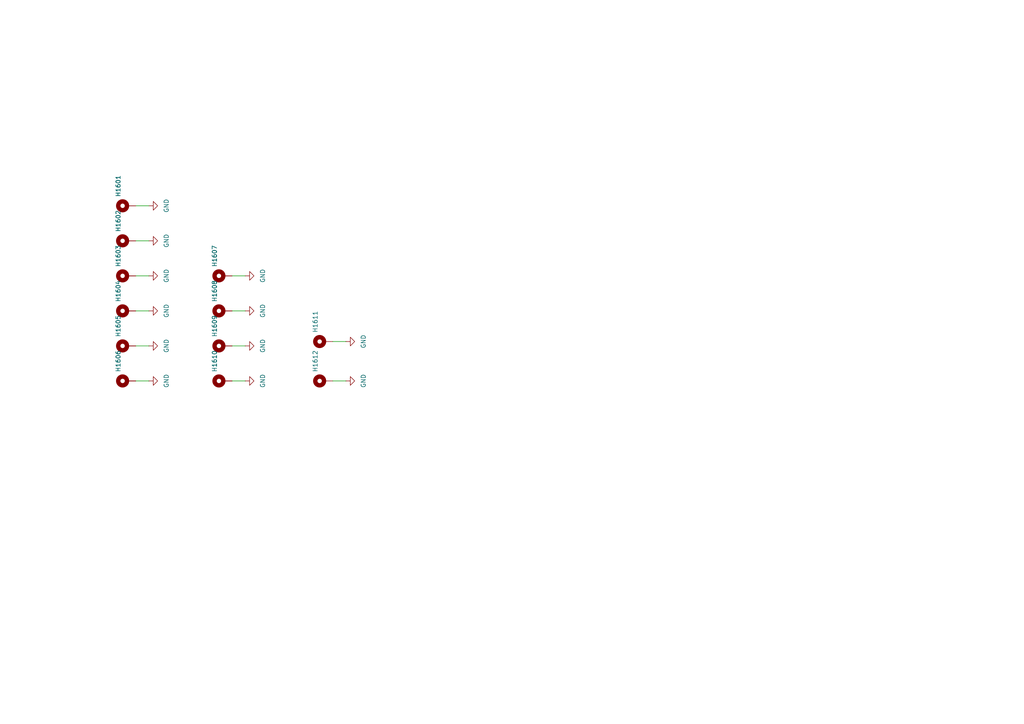
<source format=kicad_sch>
(kicad_sch (version 20250114) (generator "eeschema") (generator_version "9.0")
  (paper "A4")
  (lib_symbols
    (symbol "Mechanical:MountingHole_Pad" (pin_numbers (hide yes)) (pin_names (offset 1.016) (hide yes)) (exclude_from_sim yes) (in_bom no)
      (property "Reference" "H" (at 0 6.35 0))
      (property "Value" "MountingHole_Pad" (at 0 4.445 0))
      (symbol "MountingHole_Pad_0_1"
        (circle (center 0 1.27) (radius 1.27) (stroke (width 1.27)))
      )
      (symbol "MountingHole_Pad_1_1"
        (pin input line (at 0 -2.54 90) (length 2.54) (name "1") (number "1"))
      )
    )
    (symbol "power:GND" (power) (pin_numbers (hide yes)) (pin_names (offset 0) (hide yes))
      (property "Value" "GND" (at 0 -3.81 0))
      (symbol "GND_0_1"
        (polyline (pts (xy 0 0) (xy 0 -1.27) (xy 1.27 -1.27) (xy 0 -2.54) (xy -1.27 -1.27) (xy 0 -1.27)))
      )
      (symbol "GND_1_1"
        (pin power_in line (at 0 0 270) (length 0) (name "~") (number "1"))
      )
    )
  )
  (wire (pts (xy 67.31 110.49) (xy 71.12 110.49)))
  (wire (pts (xy 96.52 99.06) (xy 100.33 99.06)))
  (wire (pts (xy 67.31 80.01) (xy 71.12 80.01)))
  (wire (pts (xy 67.31 90.17) (xy 71.12 90.17)))
  (wire (pts (xy 96.52 110.49) (xy 100.33 110.49)))
  (wire (pts (xy 39.37 90.17) (xy 43.18 90.17)))
  (wire (pts (xy 67.31 100.33) (xy 71.12 100.33)))
  (wire (pts (xy 39.37 59.69) (xy 43.18 59.69)))
  (wire (pts (xy 39.37 110.49) (xy 43.18 110.49)))
  (wire (pts (xy 39.37 80.01) (xy 43.18 80.01)))
  (wire (pts (xy 39.37 100.33) (xy 43.18 100.33)))
  (wire (pts (xy 39.37 69.85) (xy 43.18 69.85)))
  (symbol (lib_id "Mechanical:MountingHole_Pad") (at 93.98 99.06 90) (unit 1) (exclude_from_sim yes) (in_bom no)
    (property "Reference" "H1611" (at 91.4399 96.52 0) (effects (justify left)))
    (property "Value" "MountingHole_Pad" (effects (hide yes)))
    (property "Footprint" "x68k-lib:PCB_WeldingTerminal_M3_L-angle_PCB-54R" (effects (hide yes)))
    (property "Description" "Mounting Hole with connection" (effects (hide yes)))
    (property "LCSC" "C962334" (effects (hide yes)))
  )
  (symbol (lib_id "power:GND") (at 43.18 100.33 90) (unit 1)
    (property "Reference" "#PWR01605" (effects (hide yes)))
    (property "Value" "GND" (at 48.26 100.33 0))
    (property "Description" "Power symbol creates a global label with name \"GND\" , ground" (effects (hide yes)))
  )
  (symbol (lib_id "power:GND") (at 100.33 110.49 90) (unit 1)
    (property "Reference" "#PWR01612" (effects (hide yes)))
    (property "Value" "GND" (at 105.41 110.49 0))
    (property "Description" "Power symbol creates a global label with name \"GND\" , ground" (effects (hide yes)))
  )
  (symbol (lib_id "power:GND") (at 71.12 80.01 90) (unit 1)
    (property "Reference" "#PWR01607" (effects (hide yes)))
    (property "Value" "GND" (at 76.2 80.01 0))
    (property "Description" "Power symbol creates a global label with name \"GND\" , ground" (effects (hide yes)))
  )
  (symbol (lib_id "Mechanical:MountingHole_Pad") (at 36.83 110.49 90) (unit 1) (exclude_from_sim yes)
    (property "Reference" "H1606" (at 34.2899 107.95 0) (effects (justify left)))
    (property "Value" "MountingHole_Pad" (effects (hide yes)))
    (property "Footprint" "x68k-lib:PCB_WeldingTerminal_M3_L-angle" (effects (hide yes)))
    (property "Description" "Mounting Hole with connection" (effects (hide yes)))
    (property "LCSC" "C962334" (effects (hide yes)))
  )
  (symbol (lib_id "Mechanical:MountingHole_Pad") (at 36.83 80.01 90) (unit 1) (exclude_from_sim yes)
    (property "Reference" "H1603" (at 34.2899 77.47 0) (effects (justify left)))
    (property "Value" "MountingHole_Pad" (effects (hide yes)))
    (property "Footprint" "x68k-lib:PCB_WeldingTerminal_M3_L-angle" (effects (hide yes)))
    (property "Description" "Mounting Hole with connection" (effects (hide yes)))
    (property "LCSC" "C962334" (effects (hide yes)))
  )
  (symbol (lib_id "power:GND") (at 43.18 59.69 90) (unit 1)
    (property "Reference" "#PWR01601" (effects (hide yes)))
    (property "Value" "GND" (at 48.26 59.69 0))
    (property "Description" "Power symbol creates a global label with name \"GND\" , ground" (effects (hide yes)))
  )
  (symbol (lib_id "power:GND") (at 100.33 99.06 90) (unit 1)
    (property "Reference" "#PWR01611" (effects (hide yes)))
    (property "Value" "GND" (at 105.41 99.06 0))
    (property "Description" "Power symbol creates a global label with name \"GND\" , ground" (effects (hide yes)))
  )
  (symbol (lib_id "Mechanical:MountingHole_Pad") (at 64.77 100.33 90) (unit 1) (exclude_from_sim yes) (in_bom no)
    (property "Reference" "H1609" (at 62.2299 97.79 0) (effects (justify left)))
    (property "Value" "MountingHole_Pad" (effects (hide yes)))
    (property "Footprint" "x68k-lib:MountingHole_3.2mm_M3_Pad_Small" (effects (hide yes)))
    (property "Description" "Mounting Hole with connection" (effects (hide yes)))
    (property "LCSC" "C962334" (effects (hide yes)))
  )
  (symbol (lib_id "power:GND") (at 43.18 90.17 90) (unit 1)
    (property "Reference" "#PWR01604" (effects (hide yes)))
    (property "Value" "GND" (at 48.26 90.17 0))
    (property "Description" "Power symbol creates a global label with name \"GND\" , ground" (effects (hide yes)))
  )
  (symbol (lib_id "power:GND") (at 43.18 110.49 90) (unit 1)
    (property "Reference" "#PWR01606" (effects (hide yes)))
    (property "Value" "GND" (at 48.26 110.49 0))
    (property "Description" "Power symbol creates a global label with name \"GND\" , ground" (effects (hide yes)))
  )
  (symbol (lib_id "Mechanical:MountingHole_Pad") (at 36.83 90.17 90) (unit 1) (exclude_from_sim yes)
    (property "Reference" "H1604" (at 34.2899 87.63 0) (effects (justify left)))
    (property "Value" "MountingHole_Pad" (effects (hide yes)))
    (property "Footprint" "x68k-lib:PCB_WeldingTerminal_M3_L-angle" (effects (hide yes)))
    (property "Description" "Mounting Hole with connection" (effects (hide yes)))
    (property "LCSC" "C962334" (effects (hide yes)))
  )
  (symbol (lib_id "power:GND") (at 71.12 100.33 90) (unit 1)
    (property "Reference" "#PWR01609" (effects (hide yes)))
    (property "Value" "GND" (at 76.2 100.33 0))
    (property "Description" "Power symbol creates a global label with name \"GND\" , ground" (effects (hide yes)))
  )
  (symbol (lib_id "Mechanical:MountingHole_Pad") (at 36.83 100.33 90) (unit 1) (exclude_from_sim yes)
    (property "Reference" "H1605" (at 34.2899 97.79 0) (effects (justify left)))
    (property "Value" "MountingHole_Pad" (effects (hide yes)))
    (property "Footprint" "x68k-lib:PCB_WeldingTerminal_M3_L-angle" (effects (hide yes)))
    (property "Description" "Mounting Hole with connection" (effects (hide yes)))
    (property "LCSC" "C962334" (effects (hide yes)))
  )
  (symbol (lib_id "power:GND") (at 71.12 90.17 90) (unit 1)
    (property "Reference" "#PWR01608" (effects (hide yes)))
    (property "Value" "GND" (at 76.2 90.17 0))
    (property "Description" "Power symbol creates a global label with name \"GND\" , ground" (effects (hide yes)))
  )
  (symbol (lib_id "Mechanical:MountingHole_Pad") (at 64.77 80.01 90) (unit 1) (exclude_from_sim yes) (in_bom no)
    (property "Reference" "H1607" (at 62.2299 77.47 0) (effects (justify left)))
    (property "Value" "MountingHole_Pad" (effects (hide yes)))
    (property "Footprint" "x68k-lib:MountingHole_3.2mm_M3_Pad_Small" (effects (hide yes)))
    (property "Description" "Mounting Hole with connection" (effects (hide yes)))
    (property "LCSC" "C962334" (effects (hide yes)))
  )
  (symbol (lib_id "power:GND") (at 43.18 80.01 90) (unit 1)
    (property "Reference" "#PWR01603" (effects (hide yes)))
    (property "Value" "GND" (at 48.26 80.01 0))
    (property "Description" "Power symbol creates a global label with name \"GND\" , ground" (effects (hide yes)))
  )
  (symbol (lib_id "Mechanical:MountingHole_Pad") (at 36.83 59.69 90) (unit 1) (exclude_from_sim yes)
    (property "Reference" "H1601" (at 34.2899 57.15 0) (effects (justify left)))
    (property "Value" "MountingHole_Pad" (effects (hide yes)))
    (property "Footprint" "x68k-lib:PCB_WeldingTerminal_M3_L-angle" (effects (hide yes)))
    (property "Description" "Mounting Hole with connection" (effects (hide yes)))
    (property "LCSC" "C962334" (effects (hide yes)))
  )
  (symbol (lib_id "Mechanical:MountingHole_Pad") (at 36.83 69.85 90) (unit 1) (exclude_from_sim yes)
    (property "Reference" "H1602" (at 34.2899 67.31 0) (effects (justify left)))
    (property "Value" "MountingHole_Pad" (effects (hide yes)))
    (property "Footprint" "x68k-lib:PCB_WeldingTerminal_M3_L-angle" (effects (hide yes)))
    (property "Description" "Mounting Hole with connection" (effects (hide yes)))
    (property "LCSC" "C962334" (effects (hide yes)))
  )
  (symbol (lib_id "Mechanical:MountingHole_Pad") (at 64.77 110.49 90) (unit 1) (exclude_from_sim yes) (in_bom no)
    (property "Reference" "H1610" (at 62.2299 107.95 0) (effects (justify left)))
    (property "Value" "MountingHole_Pad" (effects (hide yes)))
    (property "Footprint" "x68k-lib:MountingHole_3.2mm_M3_Pad_Small" (effects (hide yes)))
    (property "Description" "Mounting Hole with connection" (effects (hide yes)))
    (property "LCSC" "C962334" (effects (hide yes)))
  )
  (symbol (lib_id "Mechanical:MountingHole_Pad") (at 64.77 90.17 90) (unit 1) (exclude_from_sim yes) (in_bom no)
    (property "Reference" "H1608" (at 62.2299 87.63 0) (effects (justify left)))
    (property "Value" "MountingHole_Pad" (effects (hide yes)))
    (property "Footprint" "x68k-lib:MountingHole_3.2mm_M3_Pad_Small" (effects (hide yes)))
    (property "Description" "Mounting Hole with connection" (effects (hide yes)))
    (property "LCSC" "C962334" (effects (hide yes)))
  )
  (symbol (lib_id "power:GND") (at 43.18 69.85 90) (unit 1)
    (property "Reference" "#PWR01602" (effects (hide yes)))
    (property "Value" "GND" (at 48.26 69.85 0))
    (property "Description" "Power symbol creates a global label with name \"GND\" , ground" (effects (hide yes)))
  )
  (symbol (lib_id "Mechanical:MountingHole_Pad") (at 93.98 110.49 90) (unit 1) (exclude_from_sim yes) (in_bom no)
    (property "Reference" "H1612" (at 91.4399 107.95 0) (effects (justify left)))
    (property "Value" "MountingHole_Pad" (effects (hide yes)))
    (property "Footprint" "x68k-lib:PCB_WeldingTerminal_M3_L-angle_PCB-54L" (effects (hide yes)))
    (property "Description" "Mounting Hole with connection" (effects (hide yes)))
    (property "LCSC" "C962334" (effects (hide yes)))
  )
  (symbol (lib_id "power:GND") (at 71.12 110.49 90) (unit 1)
    (property "Reference" "#PWR01610" (effects (hide yes)))
    (property "Value" "GND" (at 76.2 110.49 0))
    (property "Description" "Power symbol creates a global label with name \"GND\" , ground" (effects (hide yes)))
  )
)
</source>
